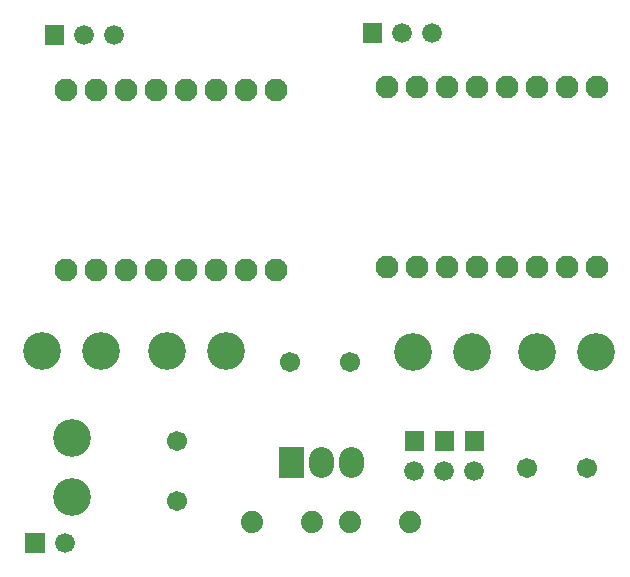
<source format=gbs>
G04 Layer: BottomSolderMaskLayer*
G04 EasyEDA v6.4.19.4, 2021-04-26T19:44:21+05:30*
G04 545d4b8ce55c4096bfffc31d6a5384ca,10*
G04 Gerber Generator version 0.2*
G04 Scale: 100 percent, Rotated: No, Reflected: No *
G04 Dimensions in millimeters *
G04 leading zeros omitted , absolute positions ,4 integer and 5 decimal *
%FSLAX45Y45*%
%MOMM*%

%ADD24C,2.1016*%
%ADD25C,1.7016*%
%ADD27C,1.6764*%
%ADD28C,3.2032*%
%ADD29C,1.8796*%
%ADD31C,1.9532*%

%LPD*%
D24*
X2743200Y3314298D02*
G01*
X2743200Y3264298D01*
X2997200Y3314298D02*
G01*
X2997200Y3264298D01*
D25*
G01*
X4991100Y3238500D03*
G01*
X4483100Y3238500D03*
G01*
X2984500Y4140200D03*
G01*
X2476500Y4140200D03*
G36*
X233679Y2519679D02*
G01*
X233679Y2687320D01*
X401320Y2687320D01*
X401320Y2519679D01*
G37*
D27*
G01*
X571500Y2603500D03*
G36*
X3954779Y3383279D02*
G01*
X3954779Y3550920D01*
X4122420Y3550920D01*
X4122420Y3383279D01*
G37*
G01*
X4038600Y3213100D03*
G36*
X3700779Y3383279D02*
G01*
X3700779Y3550920D01*
X3868420Y3550920D01*
X3868420Y3383279D01*
G37*
G01*
X3784600Y3213100D03*
G36*
X3446779Y3383279D02*
G01*
X3446779Y3550920D01*
X3614420Y3550920D01*
X3614420Y3383279D01*
G37*
G01*
X3530600Y3213100D03*
D25*
G01*
X1524000Y3467100D03*
G01*
X1524000Y2959100D03*
D27*
G01*
X3683000Y6921500D03*
G01*
X3429000Y6921500D03*
G36*
X3091179Y6837679D02*
G01*
X3091179Y7005320D01*
X3258820Y7005320D01*
X3258820Y6837679D01*
G37*
G01*
X990600Y6908800D03*
G01*
X736600Y6908800D03*
G36*
X398779Y6824979D02*
G01*
X398779Y6992620D01*
X566420Y6992620D01*
X566420Y6824979D01*
G37*
D28*
G01*
X879602Y4234789D03*
G01*
X378205Y4234789D03*
G01*
X5070602Y4222089D03*
G01*
X4569206Y4222089D03*
G01*
X4016502Y4222089D03*
G01*
X3515106Y4222089D03*
G01*
X627989Y2993897D03*
G01*
X627989Y3495294D03*
G01*
X1933702Y4234789D03*
G01*
X1432305Y4234789D03*
D29*
G01*
X2159000Y2781300D03*
G01*
X2667000Y2781300D03*
G01*
X3492500Y2781300D03*
G01*
X2984500Y2781300D03*
G36*
X2384043Y3159252D02*
G01*
X2384043Y3419347D01*
X2594356Y3419347D01*
X2594356Y3159252D01*
G37*
D31*
G01*
X3302000Y4940300D03*
G01*
X3810000Y4940300D03*
G01*
X3556000Y4940300D03*
G01*
X4064000Y4940300D03*
G01*
X4318000Y4940300D03*
G01*
X4572000Y4940300D03*
G01*
X4826000Y4940300D03*
G01*
X5080000Y4940300D03*
G01*
X3302000Y6464300D03*
G01*
X3810000Y6464300D03*
G01*
X3556000Y6464300D03*
G01*
X4064000Y6464300D03*
G01*
X4318000Y6464300D03*
G01*
X4572000Y6464300D03*
G01*
X4826000Y6464300D03*
G01*
X5080000Y6464300D03*
G01*
X584200Y4914900D03*
G01*
X1092200Y4914900D03*
G01*
X838200Y4914900D03*
G01*
X1346200Y4914900D03*
G01*
X1600200Y4914900D03*
G01*
X1854200Y4914900D03*
G01*
X2108200Y4914900D03*
G01*
X2362200Y4914900D03*
G01*
X584200Y6438900D03*
G01*
X1092200Y6438900D03*
G01*
X838200Y6438900D03*
G01*
X1346200Y6438900D03*
G01*
X1600200Y6438900D03*
G01*
X1854200Y6438900D03*
G01*
X2108200Y6438900D03*
G01*
X2362200Y6438900D03*
M02*

</source>
